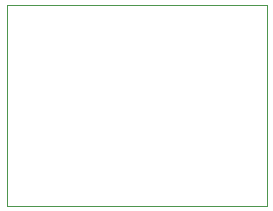
<source format=gbr>
%TF.GenerationSoftware,KiCad,Pcbnew,8.0.4*%
%TF.CreationDate,2026-02-25T15:38:28+07:00*%
%TF.ProjectId,Buck_V1.1,4275636b-5f56-4312-9e31-2e6b69636164,rev?*%
%TF.SameCoordinates,Original*%
%TF.FileFunction,Profile,NP*%
%FSLAX46Y46*%
G04 Gerber Fmt 4.6, Leading zero omitted, Abs format (unit mm)*
G04 Created by KiCad (PCBNEW 8.0.4) date 2026-02-25 15:38:28*
%MOMM*%
%LPD*%
G01*
G04 APERTURE LIST*
%TA.AperFunction,Profile*%
%ADD10C,0.050000*%
%TD*%
G04 APERTURE END LIST*
D10*
X122300000Y-27950000D02*
X144300000Y-27950000D01*
X144300000Y-44950000D01*
X122300000Y-44950000D01*
X122300000Y-27950000D01*
M02*

</source>
